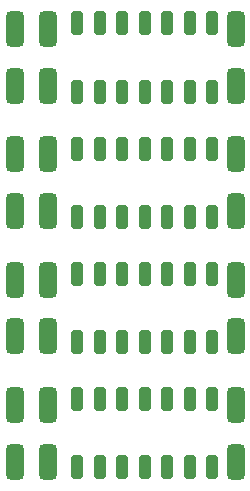
<source format=gtp>
G04 #@! TF.GenerationSoftware,KiCad,Pcbnew,9.0.0*
G04 #@! TF.CreationDate,2025-03-13T21:56:03-04:00*
G04 #@! TF.ProjectId,e24-receiver-board,6532342d-7265-4636-9569-7665722d626f,v0.1.1*
G04 #@! TF.SameCoordinates,Original*
G04 #@! TF.FileFunction,Paste,Top*
G04 #@! TF.FilePolarity,Positive*
%FSLAX46Y46*%
G04 Gerber Fmt 4.6, Leading zero omitted, Abs format (unit mm)*
G04 Created by KiCad (PCBNEW 9.0.0) date 2025-03-13 21:56:03*
%MOMM*%
%LPD*%
G01*
G04 APERTURE LIST*
G04 Aperture macros list*
%AMRoundRect*
0 Rectangle with rounded corners*
0 $1 Rounding radius*
0 $2 $3 $4 $5 $6 $7 $8 $9 X,Y pos of 4 corners*
0 Add a 4 corners polygon primitive as box body*
4,1,4,$2,$3,$4,$5,$6,$7,$8,$9,$2,$3,0*
0 Add four circle primitives for the rounded corners*
1,1,$1+$1,$2,$3*
1,1,$1+$1,$4,$5*
1,1,$1+$1,$6,$7*
1,1,$1+$1,$8,$9*
0 Add four rect primitives between the rounded corners*
20,1,$1+$1,$2,$3,$4,$5,0*
20,1,$1+$1,$4,$5,$6,$7,0*
20,1,$1+$1,$6,$7,$8,$9,0*
20,1,$1+$1,$8,$9,$2,$3,0*%
G04 Aperture macros list end*
%ADD10RoundRect,0.250000X-0.250000X-0.750000X0.250000X-0.750000X0.250000X0.750000X-0.250000X0.750000X0*%
%ADD11RoundRect,0.375000X-0.375000X-1.125000X0.375000X-1.125000X0.375000X1.125000X-0.375000X1.125000X0*%
G04 APERTURE END LIST*
D10*
G04 #@! TO.C,J17*
X38000000Y-26800000D03*
G04 #@! TD*
D11*
G04 #@! TO.C,J21*
X45700000Y-37900000D03*
G04 #@! TD*
G04 #@! TO.C,J13*
X29800000Y-48500000D03*
G04 #@! TD*
D10*
G04 #@! TO.C,J16*
X36100000Y-26800000D03*
G04 #@! TD*
D11*
G04 #@! TO.C,J2*
X27000000Y-21500000D03*
G04 #@! TD*
D10*
G04 #@! TO.C,J20*
X43700000Y-16200000D03*
G04 #@! TD*
G04 #@! TO.C,J5*
X34200000Y-22000000D03*
G04 #@! TD*
G04 #@! TO.C,J14*
X32300000Y-16200000D03*
G04 #@! TD*
D11*
G04 #@! TO.C,J2*
X27000000Y-32100000D03*
G04 #@! TD*
D10*
G04 #@! TO.C,J15*
X34200000Y-37400000D03*
G04 #@! TD*
G04 #@! TO.C,J20*
X43700000Y-48000000D03*
G04 #@! TD*
D11*
G04 #@! TO.C,J11*
X45700000Y-32100000D03*
G04 #@! TD*
D10*
G04 #@! TO.C,J14*
X32300000Y-48000000D03*
G04 #@! TD*
D11*
G04 #@! TO.C,J13*
X29800000Y-27300000D03*
G04 #@! TD*
G04 #@! TO.C,J11*
X45700000Y-42700000D03*
G04 #@! TD*
D10*
G04 #@! TO.C,J9*
X41800000Y-43200000D03*
G04 #@! TD*
G04 #@! TO.C,J15*
X34200000Y-48000000D03*
G04 #@! TD*
D11*
G04 #@! TO.C,J21*
X45700000Y-48500000D03*
G04 #@! TD*
D10*
G04 #@! TO.C,J15*
X34200000Y-16200000D03*
G04 #@! TD*
G04 #@! TO.C,J8*
X39900000Y-53800000D03*
G04 #@! TD*
G04 #@! TO.C,J16*
X36100000Y-48000000D03*
G04 #@! TD*
G04 #@! TO.C,J7*
X38000000Y-32600000D03*
G04 #@! TD*
G04 #@! TO.C,J4*
X32300000Y-32600000D03*
G04 #@! TD*
G04 #@! TO.C,J17*
X38000000Y-37400000D03*
G04 #@! TD*
D11*
G04 #@! TO.C,J3*
X29800000Y-53300000D03*
G04 #@! TD*
D10*
G04 #@! TO.C,J10*
X43700000Y-32600000D03*
G04 #@! TD*
G04 #@! TO.C,J16*
X36100000Y-37400000D03*
G04 #@! TD*
G04 #@! TO.C,J18*
X39900000Y-26800000D03*
G04 #@! TD*
G04 #@! TO.C,J10*
X43700000Y-22000000D03*
G04 #@! TD*
G04 #@! TO.C,J6*
X36100000Y-32600000D03*
G04 #@! TD*
G04 #@! TO.C,J14*
X32300000Y-26800000D03*
G04 #@! TD*
G04 #@! TO.C,J9*
X41800000Y-22000000D03*
G04 #@! TD*
D11*
G04 #@! TO.C,J12*
X27000000Y-16700000D03*
G04 #@! TD*
D10*
G04 #@! TO.C,J20*
X43700000Y-37400000D03*
G04 #@! TD*
G04 #@! TO.C,J8*
X39900000Y-22000000D03*
G04 #@! TD*
G04 #@! TO.C,J6*
X36100000Y-43200000D03*
G04 #@! TD*
G04 #@! TO.C,J6*
X36100000Y-53800000D03*
G04 #@! TD*
D11*
G04 #@! TO.C,J11*
X45700000Y-21500000D03*
G04 #@! TD*
D10*
G04 #@! TO.C,J18*
X39900000Y-48000000D03*
G04 #@! TD*
G04 #@! TO.C,J10*
X43700000Y-43200000D03*
G04 #@! TD*
G04 #@! TO.C,J4*
X32300000Y-53800000D03*
G04 #@! TD*
D11*
G04 #@! TO.C,J3*
X29800000Y-42700000D03*
G04 #@! TD*
D10*
G04 #@! TO.C,J18*
X39900000Y-16200000D03*
G04 #@! TD*
G04 #@! TO.C,J17*
X38000000Y-16200000D03*
G04 #@! TD*
G04 #@! TO.C,J6*
X36100000Y-22000000D03*
G04 #@! TD*
G04 #@! TO.C,J5*
X34200000Y-32600000D03*
G04 #@! TD*
D11*
G04 #@! TO.C,J13*
X29800000Y-16700000D03*
G04 #@! TD*
D10*
G04 #@! TO.C,J7*
X38000000Y-53800000D03*
G04 #@! TD*
G04 #@! TO.C,J9*
X41800000Y-53800000D03*
G04 #@! TD*
G04 #@! TO.C,J19*
X41800000Y-26800000D03*
G04 #@! TD*
G04 #@! TO.C,J20*
X43700000Y-26800000D03*
G04 #@! TD*
D11*
G04 #@! TO.C,J12*
X27000000Y-37900000D03*
G04 #@! TD*
D10*
G04 #@! TO.C,J7*
X38000000Y-43200000D03*
G04 #@! TD*
D11*
G04 #@! TO.C,J12*
X27000000Y-27300000D03*
G04 #@! TD*
G04 #@! TO.C,J13*
X29800000Y-37900000D03*
G04 #@! TD*
G04 #@! TO.C,J3*
X29800000Y-21500000D03*
G04 #@! TD*
D10*
G04 #@! TO.C,J4*
X32300000Y-22000000D03*
G04 #@! TD*
D11*
G04 #@! TO.C,J12*
X27000000Y-48500000D03*
G04 #@! TD*
D10*
G04 #@! TO.C,J19*
X41800000Y-37400000D03*
G04 #@! TD*
D11*
G04 #@! TO.C,J3*
X29800000Y-32100000D03*
G04 #@! TD*
D10*
G04 #@! TO.C,J9*
X41800000Y-32600000D03*
G04 #@! TD*
G04 #@! TO.C,J8*
X39900000Y-32600000D03*
G04 #@! TD*
G04 #@! TO.C,J18*
X39900000Y-37400000D03*
G04 #@! TD*
D11*
G04 #@! TO.C,J11*
X45700000Y-53300000D03*
G04 #@! TD*
G04 #@! TO.C,J21*
X45700000Y-27300000D03*
G04 #@! TD*
D10*
G04 #@! TO.C,J10*
X43700000Y-53800000D03*
G04 #@! TD*
G04 #@! TO.C,J19*
X41800000Y-16200000D03*
G04 #@! TD*
G04 #@! TO.C,J4*
X32300000Y-43200000D03*
G04 #@! TD*
G04 #@! TO.C,J15*
X34200000Y-26800000D03*
G04 #@! TD*
G04 #@! TO.C,J5*
X34200000Y-43200000D03*
G04 #@! TD*
G04 #@! TO.C,J17*
X38000000Y-48000000D03*
G04 #@! TD*
D11*
G04 #@! TO.C,J2*
X27000000Y-53300000D03*
G04 #@! TD*
G04 #@! TO.C,J2*
X27000000Y-42700000D03*
G04 #@! TD*
D10*
G04 #@! TO.C,J19*
X41800000Y-48000000D03*
G04 #@! TD*
D11*
G04 #@! TO.C,J21*
X45700000Y-16700000D03*
G04 #@! TD*
D10*
G04 #@! TO.C,J14*
X32300000Y-37400000D03*
G04 #@! TD*
G04 #@! TO.C,J8*
X39900000Y-43200000D03*
G04 #@! TD*
G04 #@! TO.C,J5*
X34200000Y-53800000D03*
G04 #@! TD*
G04 #@! TO.C,J16*
X36100000Y-16200000D03*
G04 #@! TD*
G04 #@! TO.C,J7*
X38000000Y-22000000D03*
G04 #@! TD*
M02*

</source>
